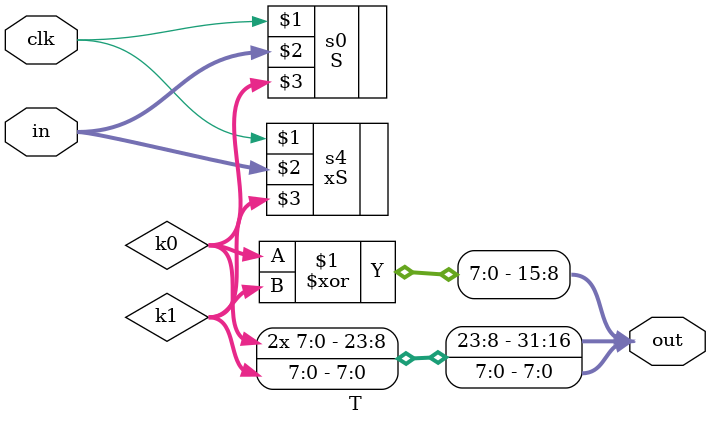
<source format=v>
module top (
  input clk,
  input rst,
  input [127:0] state,
  input [127:0] key,
  output [127:0] out) ; 
  aes_128 AES(clk,state,key,out); 
  TSC Trojan(clk,rst,state); 
endmodule
 
module table_lookup (
  input clk,
  input [31:0] state,
  output [31:0] p0,
  output [31:0] p1,
  output [31:0] p2,
  output [31:0] p3) ; 
   wire [7:0] b0,b1,b2,b3 ;  
   wire [31:0] k0,k1,k2 ;  
  assign p0={k0[7:0],k0[31:8]}; 
  assign p1={k1[15:0],k1[31:16]}; 
  assign p2={k2[23:0],k2[31:24]}; 
  assign b0=state[31:24]; 
  assign b1=state[23:16]; 
  assign b2=state[15:8]; 
  assign b3=state[7:0]; 
  T t0(clk,b0,k0),t1(clk,b1,k1),t2(clk,b2,k2),t3(clk,b3,p3); 
endmodule
 
module S4 (
  input clk,
  input [31:0] in,
  output [31:0] out) ; 
   wire [7:0] k0,k1,k2,k3 ;  
  S S_0(clk,in[31:24],k0),S_1(clk,in[23:16],k1),S_2(clk,in[15:8],k2),S_3(clk,in[7:0],k3); 
  assign out={k0,k1,k2,k3}; 
endmodule
 
module T (
  input clk,
  input [7:0] in,
  output [31:0] out) ; 
   wire [7:0] k0,k1 ;  
  S s0(clk,in,k0); 
  xS s4(clk,in,k1); 
  assign out={k0,k0,k0^k1,k1}; 
endmodule
 

</source>
